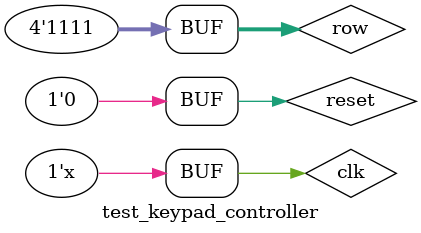
<source format=v>
`timescale 1ns / 1ps


module test_keypad_controller;

	// Inputs
	reg reset;
	reg clk;
	reg [3:0] row;

	// Outputs
	wire [3:0] column;
	wire interrupt;
	wire [3:0] keypad_data;

	// Instantiate the Unit Under Test (UUT)
	keypad_controller uut (
		.reset(reset), 
		.clk(clk), 
		.column(column), 
		.row(row), 
		.interrupt(interrupt), 
		.keypad_data(keypad_data)
	);
	
	always
		#10 clk = ~clk;
		
	initial begin
		// Initialize Inputs
		reset = 0;
		clk = 0;
		row = 4'b1111;

		// Wait 100 ns for global reset to finish
		#100;
		
		reset = 1;
		#100;
		reset = 0;
		
		#1000;
		
		row = 4'b1011;
		#100;
		row = 4'b1111;       
		// Add stimulus here

	end
      
endmodule


</source>
